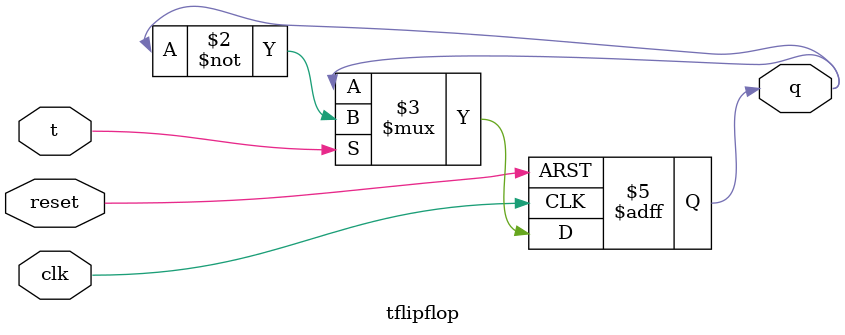
<source format=v>
module tflipflop(q, t, clk, reset);
    output reg q;
    input t, clk, reset;

    always @(posedge clk or posedge reset) begin
        if (reset)
            q <= 1'b0;
        else if (t)
            q <= ~q;
    end
endmodule


</source>
